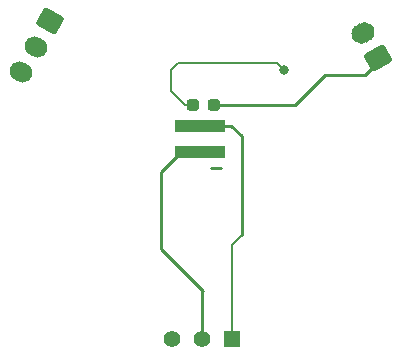
<source format=gbr>
%TF.GenerationSoftware,KiCad,Pcbnew,(6.0.8-1)-1*%
%TF.CreationDate,2022-11-30T21:47:02-05:00*%
%TF.ProjectId,Untitled,556e7469-746c-4656-942e-6b696361645f,rev?*%
%TF.SameCoordinates,Original*%
%TF.FileFunction,Copper,L1,Top*%
%TF.FilePolarity,Positive*%
%FSLAX46Y46*%
G04 Gerber Fmt 4.6, Leading zero omitted, Abs format (unit mm)*
G04 Created by KiCad (PCBNEW (6.0.8-1)-1) date 2022-11-30 21:47:02*
%MOMM*%
%LPD*%
G01*
G04 APERTURE LIST*
G04 Aperture macros list*
%AMRoundRect*
0 Rectangle with rounded corners*
0 $1 Rounding radius*
0 $2 $3 $4 $5 $6 $7 $8 $9 X,Y pos of 4 corners*
0 Add a 4 corners polygon primitive as box body*
4,1,4,$2,$3,$4,$5,$6,$7,$8,$9,$2,$3,0*
0 Add four circle primitives for the rounded corners*
1,1,$1+$1,$2,$3*
1,1,$1+$1,$4,$5*
1,1,$1+$1,$6,$7*
1,1,$1+$1,$8,$9*
0 Add four rect primitives between the rounded corners*
20,1,$1+$1,$2,$3,$4,$5,0*
20,1,$1+$1,$4,$5,$6,$7,0*
20,1,$1+$1,$6,$7,$8,$9,0*
20,1,$1+$1,$8,$9,$2,$3,0*%
%AMHorizOval*
0 Thick line with rounded ends*
0 $1 width*
0 $2 $3 position (X,Y) of the first rounded end (center of the circle)*
0 $4 $5 position (X,Y) of the second rounded end (center of the circle)*
0 Add line between two ends*
20,1,$1,$2,$3,$4,$5,0*
0 Add two circle primitives to create the rounded ends*
1,1,$1,$2,$3*
1,1,$1,$4,$5*%
G04 Aperture macros list end*
%TA.AperFunction,SMDPad,CuDef*%
%ADD10RoundRect,0.237500X-0.287500X-0.237500X0.287500X-0.237500X0.287500X0.237500X-0.287500X0.237500X0*%
%TD*%
%TA.AperFunction,SMDPad,CuDef*%
%ADD11R,4.300000X1.100000*%
%TD*%
%TA.AperFunction,ComponentPad*%
%ADD12RoundRect,0.250000X-0.327868X0.882115X-0.927868X-0.157115X0.327868X-0.882115X0.927868X0.157115X0*%
%TD*%
%TA.AperFunction,ComponentPad*%
%ADD13HorizOval,1.700000X-0.108253X0.062500X0.108253X-0.062500X0*%
%TD*%
%TA.AperFunction,ComponentPad*%
%ADD14R,1.397000X1.397000*%
%TD*%
%TA.AperFunction,ComponentPad*%
%ADD15C,1.397000*%
%TD*%
%TA.AperFunction,ComponentPad*%
%ADD16RoundRect,0.250000X0.949519X-0.144615X0.349519X0.894615X-0.949519X0.144615X-0.349519X-0.894615X0*%
%TD*%
%TA.AperFunction,ComponentPad*%
%ADD17HorizOval,1.700000X0.129904X0.075000X-0.129904X-0.075000X0*%
%TD*%
%TA.AperFunction,ViaPad*%
%ADD18C,0.800000*%
%TD*%
%TA.AperFunction,Conductor*%
%ADD19C,0.200000*%
%TD*%
%TA.AperFunction,Conductor*%
%ADD20C,0.250000*%
%TD*%
G04 APERTURE END LIST*
D10*
%TO.P,REF\u002A\u002A,1*%
%TO.N,N/C*%
X102865000Y-55200000D03*
%TO.P,REF\u002A\u002A,2*%
X104615000Y-55200000D03*
%TD*%
D11*
%TO.P,REF\u002A\u002A,1*%
%TO.N,N/C*%
X103490000Y-56910000D03*
%TO.P,REF\u002A\u002A,2*%
X103490000Y-59110000D03*
%TD*%
D12*
%TO.P,REF\u002A\u002A,1*%
%TO.N,N/C*%
X90795337Y-48072437D03*
D13*
%TO.P,REF\u002A\u002A,2*%
X89545337Y-50237501D03*
%TO.P,REF\u002A\u002A,3*%
X88295337Y-52402564D03*
%TD*%
D14*
%TO.P,REF\u002A\u002A,1*%
%TO.N,N/C*%
X106187500Y-75000000D03*
D15*
%TO.P,REF\u002A\u002A,2*%
X103647500Y-75000000D03*
%TO.P,REF\u002A\u002A,3*%
X101107500Y-75000000D03*
%TD*%
D16*
%TO.P,REF\u002A\u002A,1*%
%TO.N,N/C*%
X118500000Y-51220032D03*
D17*
%TO.P,REF\u002A\u002A,2*%
X117250000Y-49054968D03*
%TD*%
D18*
%TO.N,*%
X110600000Y-52200000D03*
%TD*%
D19*
%TO.N,*%
X110600000Y-52200000D02*
X110000000Y-51600000D01*
D20*
X103490000Y-59110000D02*
X101890000Y-59110000D01*
X101890000Y-59110000D02*
X100200000Y-60800000D01*
X114042316Y-52642316D02*
X117457380Y-52642316D01*
X100200000Y-67400000D02*
X103672500Y-70872500D01*
X103490000Y-56910000D02*
X106110000Y-56910000D01*
D19*
X101000000Y-54000000D02*
X102200000Y-55200000D01*
D20*
X111484632Y-55200000D02*
X114042316Y-52642316D01*
D19*
X110000000Y-51600000D02*
X101600000Y-51600000D01*
D20*
X103647500Y-70897500D02*
X103647500Y-75250100D01*
X104410000Y-60480000D02*
X105260000Y-60480000D01*
X117457380Y-52642316D02*
X118879664Y-51220032D01*
X104815000Y-55200000D02*
X111484632Y-55200000D01*
D19*
X102200000Y-55200000D02*
X102865000Y-55200000D01*
D20*
X106110000Y-56910000D02*
X107000000Y-57800000D01*
D19*
X101000000Y-52200000D02*
X101000000Y-54000000D01*
D20*
X103672500Y-70872500D02*
X103647500Y-70897500D01*
D19*
X101600000Y-51600000D02*
X101000000Y-52200000D01*
D20*
X100200000Y-60800000D02*
X100200000Y-67400000D01*
D19*
X106187500Y-75250100D02*
X106187500Y-67012500D01*
X106187500Y-67012500D02*
X107000000Y-66200000D01*
D20*
X107000000Y-57800000D02*
X107000000Y-66200000D01*
%TD*%
M02*

</source>
